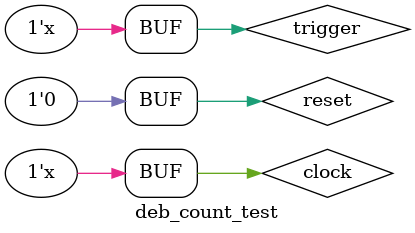
<source format=v>
`timescale 1ns / 1ps


module deb_count_test;

	// Inputs
	reg clock;
	reg trigger;
	reg reset;

	// Outputs
	wire [7:0] count;

	// Instantiate the Unit Under Test (UUT)
	deb_count uut (
		.clock(clock), 
		.trigger(trigger), 
		.reset(reset), 
		.count(count)
	);

	initial begin
		// Initialize Inputs
		clock = 0;
		trigger = 0;
		reset = 0;

		// Wait 100 ns for global reset to finish
		#100;
        
		// Add stimulus here

	end
	always 
	#1 clock = !clock;

	always 
	#20 trigger = !trigger;
      
endmodule


</source>
